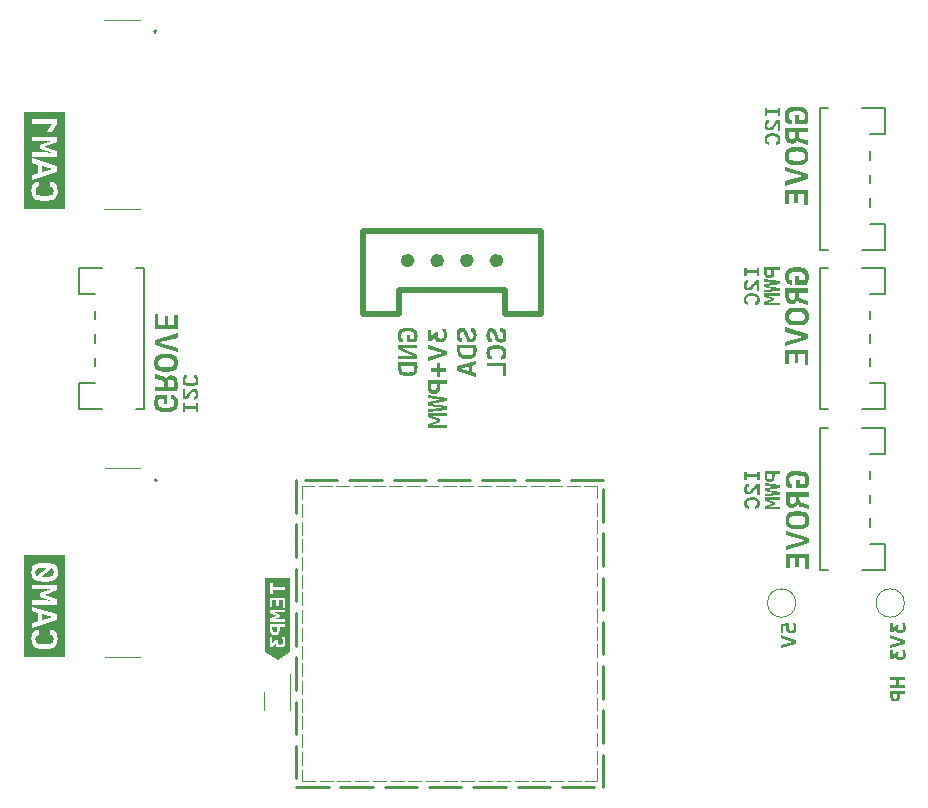
<source format=gbr>
%TF.GenerationSoftware,KiCad,Pcbnew,7.0.1*%
%TF.CreationDate,2023-05-02T11:52:01+02:00*%
%TF.ProjectId,Payload_cm4_23,5061796c-6f61-4645-9f63-6d345f32332e,rev?*%
%TF.SameCoordinates,Original*%
%TF.FileFunction,Legend,Bot*%
%TF.FilePolarity,Positive*%
%FSLAX46Y46*%
G04 Gerber Fmt 4.6, Leading zero omitted, Abs format (unit mm)*
G04 Created by KiCad (PCBNEW 7.0.1) date 2023-05-02 11:52:01*
%MOMM*%
%LPD*%
G01*
G04 APERTURE LIST*
%ADD10C,0.100000*%
%ADD11C,0.500000*%
%ADD12C,0.575000*%
%ADD13C,0.250000*%
%ADD14C,0.120000*%
%ADD15C,0.127000*%
%ADD16C,0.200000*%
G04 APERTURE END LIST*
D10*
X161800000Y-76600000D02*
X160700000Y-76600000D01*
X160300000Y-76600000D02*
X159200000Y-76600000D01*
X158800000Y-76600000D02*
X157700000Y-76600000D01*
X157300000Y-76600000D02*
X156200000Y-76600000D01*
X155800000Y-76600000D02*
X154700000Y-76600000D01*
X154300000Y-76600000D02*
X153200000Y-76600000D01*
X152800000Y-76600000D02*
X151700000Y-76600000D01*
X151300000Y-76600000D02*
X150200000Y-76600000D01*
X149800000Y-76600000D02*
X148700000Y-76600000D01*
X148300000Y-76600000D02*
X147200000Y-76600000D01*
X146800000Y-76600000D02*
X145700000Y-76600000D01*
X145300000Y-76600000D02*
X144200000Y-76600000D01*
X143800000Y-76600000D02*
X142700000Y-76600000D01*
X142300000Y-76600000D02*
X141200000Y-76600000D01*
X140800000Y-76600000D02*
X139700000Y-76600000D01*
X139300000Y-76600000D02*
X138200000Y-76600000D01*
X137800000Y-76600000D02*
X136800000Y-76600000D01*
D11*
X154000000Y-62000000D02*
X154000000Y-60000000D01*
X154000000Y-60000000D02*
X145000000Y-60000000D01*
D12*
X153537500Y-57500000D02*
G75*
G03*
X153537500Y-57500000I-287500J0D01*
G01*
X151037500Y-57500000D02*
G75*
G03*
X151037500Y-57500000I-287500J0D01*
G01*
X148537500Y-57500000D02*
G75*
G03*
X148537500Y-57500000I-287500J0D01*
G01*
D11*
X157000000Y-55000000D02*
X157000000Y-62000000D01*
D10*
X161800000Y-101600000D02*
X161800000Y-100500000D01*
X161800000Y-100100000D02*
X161800000Y-99000000D01*
X161800000Y-98600000D02*
X161800000Y-97500000D01*
X161800000Y-97100000D02*
X161800000Y-96000000D01*
X161800000Y-95600000D02*
X161800000Y-94500000D01*
X161800000Y-94100000D02*
X161800000Y-93000000D01*
X161800000Y-92600000D02*
X161800000Y-91500000D01*
X161800000Y-91100000D02*
X161800000Y-90000000D01*
X161800000Y-89600000D02*
X161800000Y-88500000D01*
X161800000Y-88100000D02*
X161800000Y-87000000D01*
X161800000Y-86600000D02*
X161800000Y-85500000D01*
X161800000Y-85100000D02*
X161800000Y-84000000D01*
X161800000Y-83600000D02*
X161800000Y-82500000D01*
X161800000Y-82100000D02*
X161800000Y-81000000D01*
X161800000Y-80600000D02*
X161800000Y-79500000D01*
X161800000Y-79100000D02*
X161800000Y-78000000D01*
X161800000Y-77600000D02*
X161800000Y-76600000D01*
D12*
X146037500Y-57500000D02*
G75*
G03*
X146037500Y-57500000I-287500J0D01*
G01*
D11*
X145000000Y-60000000D02*
X145000000Y-62000000D01*
X142000000Y-62000000D02*
X142000000Y-55000000D01*
X142000000Y-55000000D02*
X157000000Y-55000000D01*
D10*
X136800000Y-101600000D02*
X137900000Y-101600000D01*
X138300000Y-101600000D02*
X139400000Y-101600000D01*
X139800000Y-101600000D02*
X140900000Y-101600000D01*
X141300000Y-101600000D02*
X142400000Y-101600000D01*
X142800000Y-101600000D02*
X143900000Y-101600000D01*
X144300000Y-101600000D02*
X145400000Y-101600000D01*
X145800000Y-101600000D02*
X146900000Y-101600000D01*
X147300000Y-101600000D02*
X148400000Y-101600000D01*
X148800000Y-101600000D02*
X149900000Y-101600000D01*
X150300000Y-101600000D02*
X151400000Y-101600000D01*
X151800000Y-101600000D02*
X152900000Y-101600000D01*
X153300000Y-101600000D02*
X154400000Y-101600000D01*
X154800000Y-101600000D02*
X155900000Y-101600000D01*
X156300000Y-101600000D02*
X157400000Y-101600000D01*
X157800000Y-101600000D02*
X158900000Y-101600000D01*
X159300000Y-101600000D02*
X160400000Y-101600000D01*
X160800000Y-101600000D02*
X161800000Y-101600000D01*
X136800000Y-76600000D02*
X136800000Y-77700000D01*
X136800000Y-78100000D02*
X136800000Y-79200000D01*
X136800000Y-79600000D02*
X136800000Y-80700000D01*
X136800000Y-81100000D02*
X136800000Y-82200000D01*
X136800000Y-82600000D02*
X136800000Y-83700000D01*
X136800000Y-84100000D02*
X136800000Y-85200000D01*
X136800000Y-85600000D02*
X136800000Y-86700000D01*
X136800000Y-87100000D02*
X136800000Y-88200000D01*
X136800000Y-88600000D02*
X136800000Y-89700000D01*
X136800000Y-90100000D02*
X136800000Y-91200000D01*
X136800000Y-91600000D02*
X136800000Y-92700000D01*
X136800000Y-93100000D02*
X136800000Y-94200000D01*
X136800000Y-94600000D02*
X136800000Y-95700000D01*
X136800000Y-96100000D02*
X136800000Y-97200000D01*
X136800000Y-97600000D02*
X136800000Y-98700000D01*
X136800000Y-99100000D02*
X136800000Y-100200000D01*
X136800000Y-100600000D02*
X136800000Y-101600000D01*
D11*
X145000000Y-62000000D02*
X142000000Y-62000000D01*
X157000000Y-62000000D02*
X154000000Y-62000000D01*
D13*
%TO.C,HS1*%
X136300000Y-76100000D02*
X136300000Y-78850000D01*
X136300000Y-79850000D02*
X136300000Y-82600000D01*
X136300000Y-83600000D02*
X136300000Y-86350000D01*
X136300000Y-87350000D02*
X136300000Y-90100000D01*
X136300000Y-91100000D02*
X136300000Y-93850000D01*
X136300000Y-94850000D02*
X136300000Y-97600000D01*
X136300000Y-98600000D02*
X136300000Y-101350000D01*
X136300000Y-102100000D02*
X139050000Y-102100000D01*
X140050000Y-102100000D02*
X142800000Y-102100000D01*
X143800000Y-102100000D02*
X146550000Y-102100000D01*
X147550000Y-102100000D02*
X150300000Y-102100000D01*
X151300000Y-102100000D02*
X154050000Y-102100000D01*
X155050000Y-102100000D02*
X157800000Y-102100000D01*
X158800000Y-102100000D02*
X161550000Y-102100000D01*
X162300000Y-76100000D02*
X159550000Y-76100000D01*
X158550000Y-76100000D02*
X155800000Y-76100000D01*
X154800000Y-76100000D02*
X152050000Y-76100000D01*
X151050000Y-76100000D02*
X148300000Y-76100000D01*
X147300000Y-76100000D02*
X144550000Y-76100000D01*
X143550000Y-76100000D02*
X140800000Y-76100000D01*
X139800000Y-76100000D02*
X137050000Y-76100000D01*
X162300000Y-102100000D02*
X162300000Y-99350000D01*
X162300000Y-98350000D02*
X162300000Y-95600000D01*
X162300000Y-94600000D02*
X162300000Y-91850000D01*
X162300000Y-90850000D02*
X162300000Y-88100000D01*
X162300000Y-87100000D02*
X162300000Y-84350000D01*
X162300000Y-83350000D02*
X162300000Y-80600000D01*
X162300000Y-79600000D02*
X162300000Y-76850000D01*
%TO.C,kibuzzard-645040AD*%
G36*
X115682625Y-87708850D02*
G01*
X115682625Y-87715200D01*
X114774575Y-87959675D01*
X114774575Y-87464375D01*
X115682625Y-87708850D01*
G37*
G36*
X115219075Y-83514675D02*
G01*
X114336425Y-84213175D01*
X114249112Y-84117925D01*
X114225300Y-83905200D01*
X114249112Y-83695650D01*
X114323725Y-83603575D01*
X114495175Y-83552775D01*
X114723775Y-83519438D01*
X115009525Y-83508325D01*
X115219075Y-83514675D01*
G37*
G36*
X115741363Y-83675013D02*
G01*
X115774700Y-83908375D01*
X115754063Y-84108400D01*
X115681038Y-84200475D01*
X115511175Y-84254450D01*
X115293688Y-84286200D01*
X115163909Y-84295725D01*
X115000000Y-84298900D01*
X114861888Y-84295725D01*
X114714250Y-84286200D01*
X115612775Y-83575000D01*
X115741363Y-83675013D01*
G37*
G36*
X113227292Y-83908375D02*
G01*
X113888750Y-83908375D01*
X113897878Y-84129831D01*
X113925262Y-84292550D01*
X113979237Y-84412009D01*
X114068138Y-84503688D01*
X114202678Y-84575522D01*
X114393575Y-84635450D01*
X114575608Y-84668964D01*
X114778808Y-84689072D01*
X115003175Y-84695775D01*
X115233539Y-84688367D01*
X115437797Y-84666142D01*
X115615950Y-84629100D01*
X115798909Y-84569966D01*
X115928688Y-84500512D01*
X116016000Y-84410819D01*
X116071563Y-84290963D01*
X116101328Y-84126259D01*
X116111250Y-83902025D01*
X116101328Y-83678187D01*
X116071563Y-83514675D01*
X116016397Y-83396009D01*
X115930275Y-83306712D01*
X115801688Y-83237259D01*
X115619125Y-83178125D01*
X115435328Y-83141083D01*
X115222603Y-83118858D01*
X114980950Y-83111450D01*
X114811088Y-83115022D01*
X114663450Y-83125738D01*
X114526131Y-83145184D01*
X114387225Y-83174950D01*
X114199106Y-83235275D01*
X114066550Y-83308300D01*
X113978841Y-83401169D01*
X113925262Y-83521025D01*
X113897878Y-83684538D01*
X113888750Y-83908375D01*
X113227292Y-83908375D01*
X113227292Y-83111450D01*
X113227292Y-82449992D01*
X116772708Y-82449992D01*
X116772708Y-83111450D01*
X116772708Y-90388550D01*
X116772708Y-91050008D01*
X113227292Y-91050008D01*
X113227292Y-90388550D01*
X113227292Y-89537650D01*
X113888750Y-89537650D01*
X113899862Y-89744731D01*
X113933200Y-89917239D01*
X113988762Y-90055175D01*
X114122509Y-90209956D01*
X114323725Y-90312350D01*
X114502583Y-90354683D01*
X114725892Y-90380083D01*
X114993650Y-90388550D01*
X115263525Y-90380083D01*
X115488950Y-90354683D01*
X115669925Y-90312350D01*
X115873522Y-90209956D01*
X116008063Y-90055175D01*
X116063625Y-89917239D01*
X116096963Y-89744731D01*
X116108075Y-89537650D01*
X116093391Y-89286825D01*
X116049338Y-89099500D01*
X115970756Y-88965356D01*
X115852488Y-88874075D01*
X115685403Y-88819306D01*
X115460375Y-88794700D01*
X115460375Y-89191575D01*
X115607219Y-89233644D01*
X115698500Y-89296350D01*
X115746125Y-89393188D01*
X115762000Y-89537650D01*
X115744934Y-89692431D01*
X115693738Y-89807525D01*
X115601266Y-89888884D01*
X115460375Y-89942463D01*
X115261144Y-89972228D01*
X114993650Y-89982150D01*
X114729331Y-89972228D01*
X114533275Y-89942463D01*
X114394766Y-89888884D01*
X114303088Y-89807525D01*
X114251891Y-89692431D01*
X114234825Y-89537650D01*
X114249509Y-89378106D01*
X114293563Y-89274125D01*
X114517400Y-89172525D01*
X114517400Y-88775650D01*
X114297928Y-88805813D01*
X114134812Y-88864550D01*
X114019719Y-88958609D01*
X113944312Y-89094738D01*
X113902641Y-89284047D01*
X113888750Y-89537650D01*
X113227292Y-89537650D01*
X113227292Y-86810325D01*
X113917325Y-86810325D01*
X113917325Y-87213550D01*
X114434850Y-87369125D01*
X114434850Y-88054925D01*
X113917325Y-88210500D01*
X113917325Y-88613725D01*
X116076325Y-87969200D01*
X116076325Y-87454850D01*
X113917325Y-86810325D01*
X113227292Y-86810325D01*
X113227292Y-84962475D01*
X113917325Y-84962475D01*
X113917325Y-85337125D01*
X115009525Y-85337125D01*
X115571500Y-85299025D01*
X115571500Y-85311725D01*
X114638050Y-85645100D01*
X114638050Y-85965775D01*
X115571500Y-86299150D01*
X115571500Y-86311850D01*
X115009525Y-86273750D01*
X113917325Y-86273750D01*
X113917325Y-86648400D01*
X116076325Y-86648400D01*
X116076325Y-86168975D01*
X115041275Y-85822900D01*
X115041275Y-85787975D01*
X116076325Y-85435550D01*
X116076325Y-84962475D01*
X113917325Y-84962475D01*
X113227292Y-84962475D01*
X113227292Y-83908375D01*
G37*
%TO.C,kibuzzard-64503F5F*%
G36*
X146560816Y-64926150D02*
G01*
X145629747Y-64926150D01*
X145291609Y-64892812D01*
X145291609Y-64899956D01*
X146560816Y-65480981D01*
X146560816Y-65852456D01*
X144941566Y-65852456D01*
X144941566Y-65559563D01*
X145872634Y-65559563D01*
X146210772Y-65592900D01*
X146210772Y-65585756D01*
X144941566Y-65004731D01*
X144941566Y-64633256D01*
X146560816Y-64633256D01*
X146560816Y-64926150D01*
G37*
G36*
X146576794Y-66578738D02*
G01*
X146571664Y-66698065D01*
X146547057Y-66857608D01*
X146506047Y-66985931D01*
X146407523Y-67130592D01*
X146259587Y-67226437D01*
X146128751Y-67266125D01*
X145966429Y-67289937D01*
X145772622Y-67297875D01*
X145587281Y-67290996D01*
X145431309Y-67270358D01*
X145304706Y-67235963D01*
X145157962Y-67152321D01*
X145053484Y-67025222D01*
X145004272Y-66912377D01*
X144967759Y-66772280D01*
X144943947Y-66604931D01*
X144935017Y-66490631D01*
X144932702Y-66390619D01*
X145193978Y-66390619D01*
X145196955Y-66483487D01*
X145205884Y-66595406D01*
X145231780Y-66732626D01*
X145276131Y-66834722D01*
X145344592Y-66907052D01*
X145442819Y-66954975D01*
X145577657Y-66981764D01*
X145755953Y-66990694D01*
X145944370Y-66981466D01*
X146085756Y-66953784D01*
X146187257Y-66904076D01*
X146256016Y-66828769D01*
X146297687Y-66722208D01*
X146317928Y-66578738D01*
X146310784Y-66390619D01*
X145193978Y-66390619D01*
X144932702Y-66390619D01*
X144932041Y-66362044D01*
X144934422Y-66231075D01*
X144941566Y-66085819D01*
X146560816Y-66085819D01*
X146571399Y-66241658D01*
X146577749Y-66382152D01*
X146579866Y-66507300D01*
X146576794Y-66578738D01*
G37*
G36*
X145952142Y-63208872D02*
G01*
X146120020Y-63229112D01*
X146254825Y-63262847D01*
X146406630Y-63344107D01*
X146507237Y-63466444D01*
X146548909Y-63575187D01*
X146573912Y-63710919D01*
X146582247Y-63873637D01*
X146575698Y-64020084D01*
X146556053Y-64145100D01*
X146517953Y-64270711D01*
X146456041Y-64418944D01*
X145648797Y-64418944D01*
X145648797Y-63795056D01*
X145908353Y-63795056D01*
X145908353Y-64130812D01*
X146272684Y-64130812D01*
X146309594Y-64012941D01*
X146320309Y-63866494D01*
X146307808Y-63739990D01*
X146270303Y-63646228D01*
X146202735Y-63579851D01*
X146100044Y-63535500D01*
X145954490Y-63510497D01*
X145758334Y-63502162D01*
X145557714Y-63509604D01*
X145408291Y-63531928D01*
X145302325Y-63572112D01*
X145232078Y-63633131D01*
X145192787Y-63719452D01*
X145179691Y-63835537D01*
X145198741Y-64003416D01*
X145261844Y-64092713D01*
X145389241Y-64128431D01*
X145389241Y-64423706D01*
X145224934Y-64402573D01*
X145103491Y-64358222D01*
X145017766Y-64285296D01*
X144960616Y-64178437D01*
X144928469Y-64030205D01*
X144917753Y-63833156D01*
X144926088Y-63680624D01*
X144951091Y-63553227D01*
X144992762Y-63450966D01*
X145093370Y-63335773D01*
X145245175Y-63259275D01*
X145380245Y-63227525D01*
X145548917Y-63208475D01*
X145751191Y-63202125D01*
X145952142Y-63208872D01*
G37*
%TO.C,kibuzzard-64503E35*%
G36*
X175528653Y-58809893D02*
G01*
X175317197Y-58809893D01*
X175317197Y-58571768D01*
X174444707Y-58571768D01*
X174444707Y-58796558D01*
X174233252Y-58796558D01*
X174233252Y-58108852D01*
X174444707Y-58108852D01*
X174444707Y-58333643D01*
X175317197Y-58333643D01*
X175317197Y-58095517D01*
X175528653Y-58095517D01*
X175528653Y-58809893D01*
G37*
G36*
X174595202Y-59368058D02*
G01*
X174489475Y-59394728D01*
X174436135Y-59460450D01*
X174419942Y-59585228D01*
X174435182Y-59709053D01*
X174485665Y-59770965D01*
X174587582Y-59789063D01*
X174675212Y-59775728D01*
X174747602Y-59726198D01*
X174828089Y-59639996D01*
X174920958Y-59529983D01*
X174976441Y-59460688D01*
X175043830Y-59374725D01*
X175123126Y-59272093D01*
X175214327Y-59152793D01*
X175528653Y-59152793D01*
X175528653Y-60044333D01*
X175315293Y-60044333D01*
X175315293Y-59398538D01*
X175298147Y-59398538D01*
X175217926Y-59511673D01*
X175147441Y-59607241D01*
X175086692Y-59685240D01*
X174998586Y-59788348D01*
X174901907Y-59890028D01*
X174825707Y-59957179D01*
X174757127Y-59998613D01*
X174683309Y-60020044D01*
X174591392Y-60027188D01*
X174459709Y-60017186D01*
X174361840Y-59987183D01*
X174292784Y-59933604D01*
X174247540Y-59852880D01*
X174222537Y-59738342D01*
X174214202Y-59583323D01*
X174222775Y-59429256D01*
X174248492Y-59313765D01*
X174294451Y-59230898D01*
X174363745Y-59174700D01*
X174462091Y-59140648D01*
X174595202Y-59124218D01*
X174595202Y-59368058D01*
G37*
G36*
X175043513Y-60281823D02*
G01*
X175177497Y-60297063D01*
X175284812Y-60322463D01*
X175405542Y-60383899D01*
X175485790Y-60476768D01*
X175519127Y-60559529D01*
X175539130Y-60663034D01*
X175545798Y-60787283D01*
X175537463Y-60939444D01*
X175512460Y-61053030D01*
X175467216Y-61134707D01*
X175398160Y-61191143D01*
X175300291Y-61226385D01*
X175168607Y-61244483D01*
X175168607Y-61006358D01*
X175302910Y-60945398D01*
X175329342Y-60883009D01*
X175338153Y-60787283D01*
X175327913Y-60694414D01*
X175297195Y-60625358D01*
X175242188Y-60576542D01*
X175159083Y-60544395D01*
X175041449Y-60526536D01*
X174882857Y-60520583D01*
X174722361Y-60526536D01*
X174602822Y-60544395D01*
X174518288Y-60576542D01*
X174462805Y-60625358D01*
X174432087Y-60694414D01*
X174421847Y-60787283D01*
X174431372Y-60873960D01*
X174459947Y-60932063D01*
X174514716Y-60969686D01*
X174602822Y-60994928D01*
X174602822Y-61233053D01*
X174467806Y-61218289D01*
X174367555Y-61185428D01*
X174296594Y-61130659D01*
X174249445Y-61050173D01*
X174223013Y-60937778D01*
X174214202Y-60787283D01*
X174220870Y-60663034D01*
X174240872Y-60559529D01*
X174274210Y-60476768D01*
X174354934Y-60383899D01*
X174477092Y-60322463D01*
X174585677Y-60297063D01*
X174720932Y-60281823D01*
X174882857Y-60276743D01*
X175043513Y-60281823D01*
G37*
%TO.C,kibuzzard-645040B5*%
G36*
X115684213Y-49762000D02*
G01*
X115684213Y-49768350D01*
X114776163Y-50012825D01*
X114776163Y-49517525D01*
X115684213Y-49762000D01*
G37*
G36*
X113228879Y-51590800D02*
G01*
X113890337Y-51590800D01*
X113901450Y-51797881D01*
X113934788Y-51970389D01*
X113990350Y-52108325D01*
X114124097Y-52263106D01*
X114325312Y-52365500D01*
X114504171Y-52407833D01*
X114727479Y-52433233D01*
X114995238Y-52441700D01*
X115265113Y-52433233D01*
X115490538Y-52407833D01*
X115671513Y-52365500D01*
X115875109Y-52263106D01*
X116009650Y-52108325D01*
X116065213Y-51970389D01*
X116098550Y-51797881D01*
X116109663Y-51590800D01*
X116094978Y-51339975D01*
X116050925Y-51152650D01*
X115972344Y-51018506D01*
X115854075Y-50927225D01*
X115686991Y-50872456D01*
X115461963Y-50847850D01*
X115461963Y-51244725D01*
X115608806Y-51286794D01*
X115700088Y-51349500D01*
X115747713Y-51446338D01*
X115763588Y-51590800D01*
X115746522Y-51745581D01*
X115695325Y-51860675D01*
X115602853Y-51942034D01*
X115461963Y-51995613D01*
X115262731Y-52025378D01*
X114995238Y-52035300D01*
X114730919Y-52025378D01*
X114534862Y-51995613D01*
X114396353Y-51942034D01*
X114304675Y-51860675D01*
X114253478Y-51745581D01*
X114236412Y-51590800D01*
X114251097Y-51431256D01*
X114295150Y-51327275D01*
X114518988Y-51225675D01*
X114518988Y-50828800D01*
X114299516Y-50858963D01*
X114136400Y-50917700D01*
X114021306Y-51011759D01*
X113945900Y-51147888D01*
X113904228Y-51337197D01*
X113890337Y-51590800D01*
X113228879Y-51590800D01*
X113228879Y-48863475D01*
X113918913Y-48863475D01*
X113918913Y-49266700D01*
X114436437Y-49422275D01*
X114436437Y-50108075D01*
X113918913Y-50263650D01*
X113918913Y-50666875D01*
X116077913Y-50022350D01*
X116077913Y-49508000D01*
X113918913Y-48863475D01*
X113228879Y-48863475D01*
X113228879Y-47015625D01*
X113918913Y-47015625D01*
X113918913Y-47390275D01*
X115011113Y-47390275D01*
X115573088Y-47352175D01*
X115573088Y-47364875D01*
X114639638Y-47698250D01*
X114639638Y-48018925D01*
X115573088Y-48352300D01*
X115573088Y-48365000D01*
X115011113Y-48326900D01*
X113918913Y-48326900D01*
X113918913Y-48701550D01*
X116077913Y-48701550D01*
X116077913Y-48222125D01*
X115042863Y-47876050D01*
X115042863Y-47841125D01*
X116077913Y-47488700D01*
X116077913Y-47015625D01*
X113918913Y-47015625D01*
X113228879Y-47015625D01*
X113228879Y-45558300D01*
X113918913Y-45558300D01*
X113918913Y-45952000D01*
X115436563Y-45952000D01*
X115633413Y-45939300D01*
X115531813Y-46063125D01*
X115179388Y-46634625D01*
X115598488Y-46634625D01*
X116077913Y-45952000D01*
X116077913Y-45558300D01*
X113918913Y-45558300D01*
X113228879Y-45558300D01*
X113228879Y-44896842D01*
X116771121Y-44896842D01*
X116771121Y-45558300D01*
X116771121Y-52441700D01*
X116771121Y-53103158D01*
X113228879Y-53103158D01*
X113228879Y-52441700D01*
X113228879Y-51590800D01*
G37*
%TO.C,kibuzzard-64503DC6*%
G36*
X179712979Y-80985904D02*
G01*
X179712979Y-81434531D01*
X177769879Y-82011746D01*
X177769879Y-81640271D01*
X179284354Y-81217361D01*
X179284354Y-81203074D01*
X177769879Y-80780164D01*
X177769879Y-80408689D01*
X179712979Y-80985904D01*
G37*
G36*
X179712979Y-83606231D02*
G01*
X179398654Y-83606231D01*
X179398654Y-82708976D01*
X178861444Y-82708976D01*
X178861444Y-83434781D01*
X178547119Y-83434781D01*
X178547119Y-82708976D01*
X178084204Y-82708976D01*
X178084204Y-83549081D01*
X177769879Y-83549081D01*
X177769879Y-82343216D01*
X179712979Y-82343216D01*
X179712979Y-83606231D01*
G37*
G36*
X178941056Y-77856941D02*
G01*
X178962885Y-77922664D01*
X179132906Y-78025534D01*
X179712979Y-78159836D01*
X179712979Y-78551314D01*
X179107189Y-78388436D01*
X178963599Y-78339502D01*
X178870016Y-78284137D01*
X178781434Y-78105544D01*
X178755716Y-78105544D01*
X178691422Y-78308426D01*
X178562835Y-78409867D01*
X178332806Y-78439871D01*
X178137067Y-78421655D01*
X177989906Y-78367005D01*
X177884179Y-78269136D01*
X177812741Y-78121260D01*
X177782579Y-77990291D01*
X177764481Y-77827890D01*
X177758449Y-77634056D01*
X177758836Y-77611196D01*
X178075631Y-77611196D01*
X178077774Y-77712637D01*
X178084204Y-77851226D01*
X178142782Y-78031249D01*
X178318519Y-78079826D01*
X178539975Y-78032677D01*
X178601411Y-77856941D01*
X178601411Y-77488324D01*
X178078489Y-77488324D01*
X178075631Y-77611196D01*
X177758836Y-77611196D01*
X177761306Y-77465464D01*
X177772736Y-77125421D01*
X179712979Y-77125421D01*
X179712979Y-77488324D01*
X178918594Y-77488324D01*
X178918594Y-77671204D01*
X178929667Y-77822651D01*
X178941056Y-77856941D01*
G37*
G36*
X178982570Y-75341865D02*
G01*
X179184024Y-75366154D01*
X179345790Y-75406635D01*
X179527956Y-75504147D01*
X179648685Y-75650951D01*
X179698691Y-75781444D01*
X179728695Y-75944321D01*
X179738696Y-76139584D01*
X179730838Y-76315320D01*
X179707264Y-76465339D01*
X179661544Y-76616072D01*
X179587249Y-76793951D01*
X178618556Y-76793951D01*
X178618556Y-76045286D01*
X178930024Y-76045286D01*
X178930024Y-76448194D01*
X179367221Y-76448194D01*
X179411512Y-76306747D01*
X179424371Y-76131011D01*
X179409369Y-75979207D01*
X179364364Y-75866692D01*
X179283282Y-75787040D01*
X179160053Y-75733819D01*
X178985388Y-75703815D01*
X178750001Y-75693814D01*
X178509257Y-75702743D01*
X178329949Y-75729532D01*
X178202790Y-75777753D01*
X178118494Y-75850976D01*
X178071345Y-75954561D01*
X178055629Y-76093864D01*
X178078489Y-76295317D01*
X178154212Y-76402474D01*
X178307089Y-76445336D01*
X178307089Y-76799666D01*
X178109921Y-76774306D01*
X177964189Y-76721085D01*
X177861319Y-76633574D01*
X177792739Y-76505344D01*
X177754162Y-76327464D01*
X177741304Y-76091006D01*
X177751305Y-75907967D01*
X177781309Y-75755091D01*
X177831315Y-75632377D01*
X177952044Y-75494146D01*
X178134210Y-75402349D01*
X178296294Y-75364249D01*
X178498700Y-75341389D01*
X178741429Y-75333769D01*
X178982570Y-75341865D01*
G37*
G36*
X179738696Y-79497146D02*
G01*
X179728854Y-79680185D01*
X179699326Y-79833061D01*
X179650114Y-79955775D01*
X179530813Y-80093649D01*
X179350076Y-80184375D01*
X179189104Y-80221681D01*
X178988126Y-80244065D01*
X178747144Y-80251526D01*
X178502669Y-80244065D01*
X178298834Y-80221681D01*
X178135639Y-80184375D01*
X177952402Y-80093649D01*
X177831315Y-79955775D01*
X177781309Y-79833061D01*
X177751305Y-79680185D01*
X177741304Y-79497146D01*
X178055629Y-79497146D01*
X178070988Y-79633592D01*
X178117065Y-79734319D01*
X178199932Y-79805399D01*
X178325662Y-79852905D01*
X178504613Y-79879694D01*
X178747144Y-79888624D01*
X178982530Y-79879694D01*
X179157195Y-79852905D01*
X179280782Y-79805399D01*
X179362935Y-79734319D01*
X179409012Y-79633592D01*
X179424371Y-79497146D01*
X179409012Y-79360343D01*
X179362935Y-79258545D01*
X179280782Y-79186393D01*
X179157195Y-79138530D01*
X178982530Y-79111741D01*
X178747144Y-79102811D01*
X178506399Y-79111741D01*
X178327091Y-79138530D01*
X178200290Y-79186393D01*
X178117065Y-79258545D01*
X178070988Y-79360343D01*
X178055629Y-79497146D01*
X177741304Y-79497146D01*
X177751305Y-79314107D01*
X177781309Y-79161231D01*
X177831315Y-79038517D01*
X177952402Y-78900643D01*
X178135639Y-78809917D01*
X178298834Y-78772611D01*
X178502669Y-78750227D01*
X178747144Y-78742766D01*
X178988126Y-78750227D01*
X179189104Y-78772611D01*
X179350076Y-78809917D01*
X179530813Y-78900643D01*
X179650114Y-79038517D01*
X179699326Y-79161231D01*
X179728854Y-79314107D01*
X179738696Y-79497146D01*
G37*
D14*
%TO.C,TP3*%
X187800000Y-86500000D02*
G75*
G03*
X187800000Y-86500000I-1200000J0D01*
G01*
D15*
%TO.C,J10*%
X186139160Y-71675000D02*
X186139160Y-73875000D01*
X184239160Y-71675000D02*
X186139160Y-71675000D01*
X180639160Y-71675000D02*
X181349660Y-71675000D01*
X180639160Y-71675000D02*
X180639160Y-83675000D01*
X186139160Y-73875000D02*
X184849160Y-73875000D01*
X184849780Y-75326500D02*
X184849780Y-76025000D01*
X184849780Y-77326500D02*
X184849780Y-78025000D01*
X184849780Y-79323960D02*
X184849780Y-80025000D01*
X186139160Y-81475000D02*
X186139160Y-83675000D01*
X184849780Y-81475000D02*
X186139160Y-81475000D01*
X184214160Y-83675000D02*
X186139160Y-83675000D01*
X180639160Y-83675000D02*
X181349660Y-83675000D01*
%TO.C,J9*%
X186150000Y-58100000D02*
X186150000Y-60300000D01*
X184250000Y-58100000D02*
X186150000Y-58100000D01*
X180650000Y-58100000D02*
X181360500Y-58100000D01*
X180650000Y-58100000D02*
X180650000Y-70100000D01*
X186150000Y-60300000D02*
X184860000Y-60300000D01*
X184860620Y-61751500D02*
X184860620Y-62450000D01*
X184860620Y-63751500D02*
X184860620Y-64450000D01*
X184860620Y-65748960D02*
X184860620Y-66450000D01*
X186150000Y-67900000D02*
X186150000Y-70100000D01*
X184860620Y-67900000D02*
X186150000Y-67900000D01*
X184225000Y-70100000D02*
X186150000Y-70100000D01*
X180650000Y-70100000D02*
X181360500Y-70100000D01*
%TO.C,kibuzzard-645046E4*%
G36*
X187891985Y-89628337D02*
G01*
X187891985Y-89927422D01*
X186596585Y-90312232D01*
X186596585Y-90064582D01*
X187606235Y-89782642D01*
X187606235Y-89773117D01*
X186596585Y-89491177D01*
X186596585Y-89243527D01*
X187891985Y-89628337D01*
G37*
G36*
X187891985Y-92988757D02*
G01*
X187326200Y-92988757D01*
X187326200Y-93426907D01*
X187891985Y-93426907D01*
X187891985Y-93670748D01*
X186596585Y-93670748D01*
X186596585Y-93426907D01*
X187110935Y-93426907D01*
X187110935Y-92988757D01*
X186596585Y-92988757D01*
X186596585Y-92744918D01*
X187891985Y-92744918D01*
X187891985Y-92988757D01*
G37*
G36*
X187419545Y-94287967D02*
G01*
X187419545Y-94307017D01*
X187415418Y-94433806D01*
X187403035Y-94539851D01*
X187382397Y-94625153D01*
X187332629Y-94721117D01*
X187257620Y-94784220D01*
X187151416Y-94819224D01*
X187008065Y-94830893D01*
X186862809Y-94817319D01*
X186754700Y-94776600D01*
X186678262Y-94703257D01*
X186628017Y-94591815D01*
X186607380Y-94492649D01*
X186594997Y-94369142D01*
X186591774Y-94253677D01*
X186802325Y-94253677D01*
X186806849Y-94370121D01*
X186820422Y-94456560D01*
X186880430Y-94558478D01*
X187000445Y-94588958D01*
X187126175Y-94562288D01*
X187189040Y-94470847D01*
X187203327Y-94392743D01*
X187208090Y-94287967D01*
X187208090Y-94167952D01*
X186802325Y-94167952D01*
X186802325Y-94253677D01*
X186591774Y-94253677D01*
X186590870Y-94221292D01*
X186596585Y-93924112D01*
X187891985Y-93924112D01*
X187891985Y-94167952D01*
X187419545Y-94167952D01*
X187419545Y-94287967D01*
G37*
G36*
X187868172Y-88257928D02*
G01*
X187891985Y-88341510D01*
X187904844Y-88430807D01*
X187909130Y-88536772D01*
X187898653Y-88706794D01*
X187867220Y-88835857D01*
X187812451Y-88929441D01*
X187731965Y-88993020D01*
X187620999Y-89029453D01*
X187474790Y-89041597D01*
X187349774Y-89034454D01*
X187252857Y-89013022D01*
X187181182Y-88975637D01*
X187131890Y-88920630D01*
X187103315Y-88845621D01*
X187093790Y-88748227D01*
X187097600Y-88672027D01*
X187088075Y-88672027D01*
X186817565Y-88992067D01*
X186596585Y-88992067D01*
X186596585Y-88195777D01*
X186798515Y-88195777D01*
X186798515Y-88702507D01*
X187082360Y-88382467D01*
X187307150Y-88382467D01*
X187290005Y-88497720D01*
X187284290Y-88592017D01*
X187295720Y-88690125D01*
X187330010Y-88755847D01*
X187389065Y-88792995D01*
X187474790Y-88805377D01*
X187583137Y-88790376D01*
X187652907Y-88745370D01*
X187690769Y-88662741D01*
X187703390Y-88534867D01*
X187697199Y-88448904D01*
X187678625Y-88366275D01*
X187644811Y-88276502D01*
X187592900Y-88169107D01*
X187831025Y-88169107D01*
X187868172Y-88257928D01*
G37*
G36*
X187868172Y-90543928D02*
G01*
X187891985Y-90627510D01*
X187904844Y-90716807D01*
X187909130Y-90822772D01*
X187898653Y-90992794D01*
X187867220Y-91121857D01*
X187812451Y-91215441D01*
X187731965Y-91279020D01*
X187620999Y-91315453D01*
X187474790Y-91327597D01*
X187349774Y-91320454D01*
X187252857Y-91299022D01*
X187181182Y-91261637D01*
X187131890Y-91206630D01*
X187103315Y-91131621D01*
X187093790Y-91034227D01*
X187097600Y-90958027D01*
X187088075Y-90958027D01*
X186817565Y-91278067D01*
X186596585Y-91278067D01*
X186596585Y-90481777D01*
X186798515Y-90481777D01*
X186798515Y-90988507D01*
X187082360Y-90668467D01*
X187307150Y-90668467D01*
X187290005Y-90783720D01*
X187284290Y-90878017D01*
X187295720Y-90976125D01*
X187330010Y-91041847D01*
X187389065Y-91078995D01*
X187474790Y-91091377D01*
X187583137Y-91076376D01*
X187652907Y-91031370D01*
X187690769Y-90948741D01*
X187703390Y-90820867D01*
X187697199Y-90734904D01*
X187678625Y-90652275D01*
X187644811Y-90562502D01*
X187592900Y-90455107D01*
X187831025Y-90455107D01*
X187868172Y-90543928D01*
G37*
%TO.C,kibuzzard-64502B48*%
G36*
X134698090Y-88649566D02*
G01*
X134693327Y-88754341D01*
X134679040Y-88832446D01*
X134616175Y-88923886D01*
X134490445Y-88950556D01*
X134370430Y-88920076D01*
X134310422Y-88818158D01*
X134296849Y-88731719D01*
X134292325Y-88615276D01*
X134292325Y-88529551D01*
X134698090Y-88529551D01*
X134698090Y-88649566D01*
G37*
G36*
X135796005Y-85405351D02*
G01*
X135796005Y-86879821D01*
X135796005Y-88076161D01*
X135796005Y-88529551D01*
X135796005Y-89756371D01*
X135796005Y-90261196D01*
X135796005Y-90658071D01*
X134740000Y-91362074D01*
X133683995Y-90658071D01*
X133683995Y-90261196D01*
X133683995Y-90211666D01*
X134086585Y-90211666D01*
X134307565Y-90211666D01*
X134578075Y-89891626D01*
X134587600Y-89891626D01*
X134583790Y-89967826D01*
X134593315Y-90065219D01*
X134621890Y-90140228D01*
X134671182Y-90195235D01*
X134742857Y-90232621D01*
X134839774Y-90254052D01*
X134964790Y-90261196D01*
X135110999Y-90249051D01*
X135221965Y-90212618D01*
X135302451Y-90149039D01*
X135357220Y-90055456D01*
X135388653Y-89926392D01*
X135399130Y-89756371D01*
X135394844Y-89650405D01*
X135381985Y-89561108D01*
X135358172Y-89477526D01*
X135321025Y-89388706D01*
X135082900Y-89388706D01*
X135134811Y-89496100D01*
X135168625Y-89585873D01*
X135187199Y-89668503D01*
X135193390Y-89754466D01*
X135180769Y-89882339D01*
X135142907Y-89964968D01*
X135073137Y-90009974D01*
X134964790Y-90024976D01*
X134879065Y-90012593D01*
X134820010Y-89975446D01*
X134785720Y-89909723D01*
X134774290Y-89811616D01*
X134780005Y-89717318D01*
X134797150Y-89602066D01*
X134572360Y-89602066D01*
X134288515Y-89922106D01*
X134288515Y-89415376D01*
X134086585Y-89415376D01*
X134086585Y-90211666D01*
X133683995Y-90211666D01*
X133683995Y-88582891D01*
X134080870Y-88582891D01*
X134084997Y-88730740D01*
X134097380Y-88854248D01*
X134118017Y-88953413D01*
X134168262Y-89064856D01*
X134244700Y-89138198D01*
X134352809Y-89178918D01*
X134498065Y-89192491D01*
X134641416Y-89180823D01*
X134747620Y-89145818D01*
X134822629Y-89082715D01*
X134872397Y-88986751D01*
X134893035Y-88901449D01*
X134905418Y-88795404D01*
X134909545Y-88668616D01*
X134909545Y-88529551D01*
X135381985Y-88529551D01*
X135381985Y-88285711D01*
X134086585Y-88285711D01*
X134080870Y-88582891D01*
X133683995Y-88582891D01*
X133683995Y-88076161D01*
X134086585Y-88076161D01*
X135381985Y-88076161D01*
X135381985Y-87851371D01*
X134726665Y-87851371D01*
X134389480Y-87874231D01*
X134389480Y-87866611D01*
X134949550Y-87666586D01*
X134949550Y-87474181D01*
X134389480Y-87274156D01*
X134389480Y-87266536D01*
X134726665Y-87289396D01*
X135381985Y-87289396D01*
X135381985Y-87064606D01*
X134086585Y-87064606D01*
X134086585Y-87352261D01*
X134707615Y-87559906D01*
X134707615Y-87580861D01*
X134086585Y-87792316D01*
X134086585Y-88076161D01*
X133683995Y-88076161D01*
X133683995Y-86841721D01*
X134086585Y-86841721D01*
X134296135Y-86841721D01*
X134296135Y-86281651D01*
X134604745Y-86281651D01*
X134604745Y-86765521D01*
X134814295Y-86765521D01*
X134814295Y-86281651D01*
X135172435Y-86281651D01*
X135172435Y-86879821D01*
X135381985Y-86879821D01*
X135381985Y-86037811D01*
X134086585Y-86037811D01*
X134086585Y-86841721D01*
X133683995Y-86841721D01*
X133683995Y-85752061D01*
X134086585Y-85752061D01*
X134303755Y-85752061D01*
X134303755Y-85405351D01*
X135381985Y-85405351D01*
X135381985Y-85161511D01*
X134303755Y-85161511D01*
X134303755Y-84814801D01*
X134086585Y-84814801D01*
X134086585Y-85752061D01*
X133683995Y-85752061D01*
X133683995Y-84814801D01*
X133683995Y-84417926D01*
X135796005Y-84417926D01*
X135796005Y-84814801D01*
X135796005Y-85405351D01*
G37*
%TO.C,kibuzzard-64503DC6*%
G36*
X126260121Y-64019729D02*
G01*
X124745646Y-64442639D01*
X124745646Y-64456926D01*
X126260121Y-64879836D01*
X126260121Y-65251311D01*
X124317021Y-64674096D01*
X124317021Y-64225469D01*
X126260121Y-63648254D01*
X126260121Y-64019729D01*
G37*
G36*
X124631346Y-62951024D02*
G01*
X125168556Y-62951024D01*
X125168556Y-62225219D01*
X125482881Y-62225219D01*
X125482881Y-62951024D01*
X125945796Y-62951024D01*
X125945796Y-62110919D01*
X126260121Y-62110919D01*
X126260121Y-63316784D01*
X124317021Y-63316784D01*
X124317021Y-62053769D01*
X124631346Y-62053769D01*
X124631346Y-62951024D01*
G37*
G36*
X125088944Y-67803059D02*
G01*
X125067115Y-67737336D01*
X124897094Y-67634466D01*
X124317021Y-67500164D01*
X124317021Y-67108686D01*
X124922811Y-67271564D01*
X125066401Y-67320498D01*
X125159984Y-67375863D01*
X125248566Y-67554456D01*
X125274284Y-67554456D01*
X125338578Y-67351574D01*
X125467165Y-67250133D01*
X125697194Y-67220129D01*
X125892933Y-67238345D01*
X126040094Y-67292995D01*
X126145821Y-67390864D01*
X126217259Y-67538740D01*
X126247421Y-67669709D01*
X126265519Y-67832110D01*
X126271551Y-68025944D01*
X126268694Y-68194536D01*
X126257264Y-68534579D01*
X124317021Y-68534579D01*
X124317021Y-68171676D01*
X125111406Y-68171676D01*
X125428589Y-68171676D01*
X125951511Y-68171676D01*
X125954369Y-68048804D01*
X125952226Y-67947363D01*
X125945796Y-67808774D01*
X125887218Y-67628751D01*
X125711481Y-67580174D01*
X125490025Y-67627323D01*
X125428589Y-67803059D01*
X125428589Y-68171676D01*
X125111406Y-68171676D01*
X125111406Y-67988796D01*
X125100333Y-67837349D01*
X125088944Y-67803059D01*
G37*
G36*
X125920079Y-68885694D02*
G01*
X126065811Y-68938915D01*
X126168681Y-69026426D01*
X126237261Y-69154656D01*
X126275838Y-69332536D01*
X126288696Y-69568994D01*
X126278695Y-69752033D01*
X126248691Y-69904909D01*
X126198685Y-70027623D01*
X126077956Y-70165854D01*
X125895790Y-70257651D01*
X125733706Y-70295751D01*
X125531300Y-70318611D01*
X125288571Y-70326231D01*
X125047430Y-70318135D01*
X124845976Y-70293846D01*
X124684210Y-70253365D01*
X124502044Y-70155853D01*
X124381315Y-70009049D01*
X124331309Y-69878556D01*
X124301305Y-69715679D01*
X124291304Y-69520416D01*
X124299162Y-69344680D01*
X124322736Y-69194661D01*
X124368456Y-69043928D01*
X124442751Y-68866049D01*
X125411444Y-68866049D01*
X125411444Y-69614714D01*
X125099976Y-69614714D01*
X125099976Y-69211806D01*
X124662779Y-69211806D01*
X124618488Y-69353253D01*
X124605629Y-69528989D01*
X124620631Y-69680793D01*
X124665636Y-69793308D01*
X124746718Y-69872960D01*
X124869947Y-69926181D01*
X125044612Y-69956185D01*
X125279999Y-69966186D01*
X125520743Y-69957257D01*
X125700051Y-69930468D01*
X125827210Y-69882247D01*
X125911506Y-69809024D01*
X125958655Y-69705439D01*
X125974371Y-69566136D01*
X125951511Y-69364683D01*
X125875788Y-69257526D01*
X125722911Y-69214664D01*
X125722911Y-68860334D01*
X125920079Y-68885694D01*
G37*
G36*
X124291304Y-66162854D02*
G01*
X124605629Y-66162854D01*
X124620988Y-66299657D01*
X124667065Y-66401455D01*
X124749218Y-66473607D01*
X124872805Y-66521470D01*
X125047470Y-66548259D01*
X125282856Y-66557189D01*
X125523601Y-66548259D01*
X125702909Y-66521470D01*
X125829710Y-66473607D01*
X125912935Y-66401455D01*
X125959012Y-66299657D01*
X125974371Y-66162854D01*
X125959012Y-66026408D01*
X125912935Y-65925681D01*
X125830068Y-65854601D01*
X125704338Y-65807095D01*
X125525387Y-65780306D01*
X125282856Y-65771376D01*
X125047470Y-65780306D01*
X124872805Y-65807095D01*
X124749218Y-65854601D01*
X124667065Y-65925681D01*
X124620988Y-66026408D01*
X124605629Y-66162854D01*
X124291304Y-66162854D01*
X124301146Y-65979815D01*
X124330674Y-65826939D01*
X124379886Y-65704225D01*
X124499187Y-65566351D01*
X124679924Y-65475625D01*
X124840896Y-65438319D01*
X125041874Y-65415935D01*
X125282856Y-65408474D01*
X125527331Y-65415935D01*
X125731166Y-65438319D01*
X125894361Y-65475625D01*
X126077598Y-65566351D01*
X126198685Y-65704225D01*
X126248691Y-65826939D01*
X126278695Y-65979815D01*
X126288696Y-66162854D01*
X126278695Y-66345893D01*
X126248691Y-66498769D01*
X126198685Y-66621483D01*
X126077598Y-66759357D01*
X125894361Y-66850083D01*
X125731166Y-66887389D01*
X125527331Y-66909773D01*
X125282856Y-66917234D01*
X125041874Y-66909773D01*
X124840896Y-66887389D01*
X124679924Y-66850083D01*
X124499187Y-66759357D01*
X124379886Y-66621483D01*
X124330674Y-66498769D01*
X124301146Y-66345893D01*
X124291304Y-66162854D01*
G37*
%TO.C,kibuzzard-64503DEE*%
G36*
X177280558Y-76516135D02*
G01*
X177280558Y-76767595D01*
X176152797Y-76916185D01*
X176152797Y-76923805D01*
X177280558Y-77070490D01*
X177280558Y-77323855D01*
X175985157Y-77478160D01*
X175985157Y-77268610D01*
X177004332Y-77192410D01*
X177004332Y-77190505D01*
X176768113Y-77175265D01*
X175985157Y-77057155D01*
X175985157Y-76782835D01*
X176768113Y-76660915D01*
X177004332Y-76647580D01*
X177004332Y-76645675D01*
X175985157Y-76571380D01*
X175985157Y-76361830D01*
X177280558Y-76516135D01*
G37*
G36*
X177280558Y-77782960D02*
G01*
X176625237Y-77782960D01*
X176288052Y-77760100D01*
X176288052Y-77767720D01*
X176848122Y-77967745D01*
X176848122Y-78160150D01*
X176288052Y-78360175D01*
X176288052Y-78367795D01*
X176625237Y-78344935D01*
X177280558Y-78344935D01*
X177280558Y-78569725D01*
X175985157Y-78569725D01*
X175985157Y-78285880D01*
X176606187Y-78074425D01*
X176606187Y-78053470D01*
X175985157Y-77845825D01*
X175985157Y-77558170D01*
X177280558Y-77558170D01*
X177280558Y-77782960D01*
G37*
G36*
X176808118Y-75714130D02*
G01*
X176808118Y-75733180D01*
X176803990Y-75859968D01*
X176791607Y-75966013D01*
X176770970Y-76051315D01*
X176721202Y-76147279D01*
X176646192Y-76210382D01*
X176539989Y-76245387D01*
X176396637Y-76257055D01*
X176251381Y-76243482D01*
X176143272Y-76202762D01*
X176066834Y-76129420D01*
X176016590Y-76017977D01*
X175995952Y-75918812D01*
X175983570Y-75795304D01*
X175980346Y-75679840D01*
X176190897Y-75679840D01*
X176195422Y-75796283D01*
X176208995Y-75882722D01*
X176269002Y-75984640D01*
X176389017Y-76015120D01*
X176514747Y-75988450D01*
X176577612Y-75897010D01*
X176591900Y-75818905D01*
X176596663Y-75714130D01*
X176596663Y-75594115D01*
X176190897Y-75594115D01*
X176190897Y-75679840D01*
X175980346Y-75679840D01*
X175979442Y-75647455D01*
X175985157Y-75350275D01*
X177280558Y-75350275D01*
X177280558Y-75594115D01*
X176808118Y-75594115D01*
X176808118Y-75714130D01*
G37*
%TO.C,kibuzzard-64503DC6*%
G36*
X179652979Y-50145904D02*
G01*
X179652979Y-50594531D01*
X177709879Y-51171746D01*
X177709879Y-50800271D01*
X179224354Y-50377361D01*
X179224354Y-50363074D01*
X177709879Y-49940164D01*
X177709879Y-49568689D01*
X179652979Y-50145904D01*
G37*
G36*
X179652979Y-52766231D02*
G01*
X179338654Y-52766231D01*
X179338654Y-51868976D01*
X178801444Y-51868976D01*
X178801444Y-52594781D01*
X178487119Y-52594781D01*
X178487119Y-51868976D01*
X178024204Y-51868976D01*
X178024204Y-52709081D01*
X177709879Y-52709081D01*
X177709879Y-51503216D01*
X179652979Y-51503216D01*
X179652979Y-52766231D01*
G37*
G36*
X178881056Y-47016941D02*
G01*
X178902885Y-47082664D01*
X179072906Y-47185534D01*
X179652979Y-47319836D01*
X179652979Y-47711314D01*
X179047189Y-47548436D01*
X178903599Y-47499502D01*
X178810016Y-47444137D01*
X178721434Y-47265544D01*
X178695716Y-47265544D01*
X178631422Y-47468426D01*
X178502835Y-47569867D01*
X178272806Y-47599871D01*
X178077067Y-47581655D01*
X177929906Y-47527005D01*
X177824179Y-47429136D01*
X177752741Y-47281260D01*
X177722579Y-47150291D01*
X177704481Y-46987890D01*
X177698449Y-46794056D01*
X177698836Y-46771196D01*
X178015631Y-46771196D01*
X178017774Y-46872637D01*
X178024204Y-47011226D01*
X178082782Y-47191249D01*
X178258519Y-47239826D01*
X178479975Y-47192677D01*
X178541411Y-47016941D01*
X178541411Y-46648324D01*
X178018489Y-46648324D01*
X178015631Y-46771196D01*
X177698836Y-46771196D01*
X177701306Y-46625464D01*
X177712736Y-46285421D01*
X179652979Y-46285421D01*
X179652979Y-46648324D01*
X178858594Y-46648324D01*
X178858594Y-46831204D01*
X178869667Y-46982651D01*
X178881056Y-47016941D01*
G37*
G36*
X178922570Y-44501865D02*
G01*
X179124024Y-44526154D01*
X179285790Y-44566635D01*
X179467956Y-44664147D01*
X179588685Y-44810951D01*
X179638691Y-44941444D01*
X179668695Y-45104321D01*
X179678696Y-45299584D01*
X179670838Y-45475320D01*
X179647264Y-45625339D01*
X179601544Y-45776072D01*
X179527249Y-45953951D01*
X178558556Y-45953951D01*
X178558556Y-45205286D01*
X178870024Y-45205286D01*
X178870024Y-45608194D01*
X179307221Y-45608194D01*
X179351512Y-45466747D01*
X179364371Y-45291011D01*
X179349369Y-45139207D01*
X179304364Y-45026692D01*
X179223282Y-44947040D01*
X179100053Y-44893819D01*
X178925388Y-44863815D01*
X178690001Y-44853814D01*
X178449257Y-44862743D01*
X178269949Y-44889532D01*
X178142790Y-44937753D01*
X178058494Y-45010976D01*
X178011345Y-45114561D01*
X177995629Y-45253864D01*
X178018489Y-45455317D01*
X178094212Y-45562474D01*
X178247089Y-45605336D01*
X178247089Y-45959666D01*
X178049921Y-45934306D01*
X177904189Y-45881085D01*
X177801319Y-45793574D01*
X177732739Y-45665344D01*
X177694162Y-45487464D01*
X177681304Y-45251006D01*
X177691305Y-45067967D01*
X177721309Y-44915091D01*
X177771315Y-44792377D01*
X177892044Y-44654146D01*
X178074210Y-44562349D01*
X178236294Y-44524249D01*
X178438700Y-44501389D01*
X178681429Y-44493769D01*
X178922570Y-44501865D01*
G37*
G36*
X179678696Y-48657146D02*
G01*
X179668854Y-48840185D01*
X179639326Y-48993061D01*
X179590114Y-49115775D01*
X179470813Y-49253649D01*
X179290076Y-49344375D01*
X179129104Y-49381681D01*
X178928126Y-49404065D01*
X178687144Y-49411526D01*
X178442669Y-49404065D01*
X178238834Y-49381681D01*
X178075639Y-49344375D01*
X177892402Y-49253649D01*
X177771315Y-49115775D01*
X177721309Y-48993061D01*
X177691305Y-48840185D01*
X177681304Y-48657146D01*
X177995629Y-48657146D01*
X178010988Y-48793592D01*
X178057065Y-48894319D01*
X178139932Y-48965399D01*
X178265662Y-49012905D01*
X178444613Y-49039694D01*
X178687144Y-49048624D01*
X178922530Y-49039694D01*
X179097195Y-49012905D01*
X179220782Y-48965399D01*
X179302935Y-48894319D01*
X179349012Y-48793592D01*
X179364371Y-48657146D01*
X179349012Y-48520343D01*
X179302935Y-48418545D01*
X179220782Y-48346393D01*
X179097195Y-48298530D01*
X178922530Y-48271741D01*
X178687144Y-48262811D01*
X178446399Y-48271741D01*
X178267091Y-48298530D01*
X178140290Y-48346393D01*
X178057065Y-48418545D01*
X178010988Y-48520343D01*
X177995629Y-48657146D01*
X177681304Y-48657146D01*
X177691305Y-48474107D01*
X177721309Y-48321231D01*
X177771315Y-48198517D01*
X177892402Y-48060643D01*
X178075639Y-47969917D01*
X178238834Y-47932611D01*
X178442669Y-47910227D01*
X178687144Y-47902766D01*
X178928126Y-47910227D01*
X179129104Y-47932611D01*
X179290076Y-47969917D01*
X179470813Y-48060643D01*
X179590114Y-48198517D01*
X179639326Y-48321231D01*
X179668854Y-48474107D01*
X179678696Y-48657146D01*
G37*
D14*
%TO.C,U6*%
X135810000Y-92525000D02*
X135810000Y-95525000D01*
X133590000Y-94025000D02*
X133590000Y-95525000D01*
%TO.C,kibuzzard-64503F69*%
G36*
X149052481Y-65143753D02*
G01*
X149052481Y-65517609D01*
X147433231Y-65998622D01*
X147433231Y-65689059D01*
X148695294Y-65336634D01*
X148695294Y-65324728D01*
X147433231Y-64972303D01*
X147433231Y-64662741D01*
X149052481Y-65143753D01*
G37*
G36*
X148459550Y-66620128D02*
G01*
X148973900Y-66620128D01*
X148973900Y-66901116D01*
X148459550Y-66901116D01*
X148459550Y-67382128D01*
X148207137Y-67382128D01*
X148207137Y-66901116D01*
X147707075Y-66901116D01*
X147707075Y-66620128D01*
X148207137Y-66620128D01*
X148207137Y-66139116D01*
X148459550Y-66139116D01*
X148459550Y-66620128D01*
G37*
G36*
X149052481Y-69113297D02*
G01*
X149052481Y-69427622D01*
X147642781Y-69613359D01*
X147642781Y-69622884D01*
X149052481Y-69806241D01*
X149052481Y-70122947D01*
X147433231Y-70315828D01*
X147433231Y-70053891D01*
X148707200Y-69958641D01*
X148707200Y-69956259D01*
X148411925Y-69937209D01*
X147433231Y-69789572D01*
X147433231Y-69446672D01*
X148411925Y-69294272D01*
X148707200Y-69277603D01*
X148707200Y-69275222D01*
X147433231Y-69182353D01*
X147433231Y-68920416D01*
X149052481Y-69113297D01*
G37*
G36*
X149052481Y-70696828D02*
G01*
X148233331Y-70696828D01*
X147811850Y-70668253D01*
X147811850Y-70677778D01*
X148511937Y-70927809D01*
X148511937Y-71168316D01*
X147811850Y-71418347D01*
X147811850Y-71427872D01*
X148233331Y-71399297D01*
X149052481Y-71399297D01*
X149052481Y-71680284D01*
X147433231Y-71680284D01*
X147433231Y-71325478D01*
X148209519Y-71061159D01*
X148209519Y-71034966D01*
X147433231Y-70775409D01*
X147433231Y-70415841D01*
X149052481Y-70415841D01*
X149052481Y-70696828D01*
G37*
G36*
X148461931Y-68110791D02*
G01*
X148461931Y-68134603D01*
X148456772Y-68293089D01*
X148441294Y-68425645D01*
X148415497Y-68532272D01*
X148353287Y-68652227D01*
X148259525Y-68731106D01*
X148126770Y-68774862D01*
X147947581Y-68789447D01*
X147766011Y-68772480D01*
X147630875Y-68721581D01*
X147535327Y-68629903D01*
X147472522Y-68490600D01*
X147446725Y-68366643D01*
X147431247Y-68212258D01*
X147427218Y-68067928D01*
X147690406Y-68067928D01*
X147696062Y-68213482D01*
X147713028Y-68321531D01*
X147788037Y-68448928D01*
X147938056Y-68487028D01*
X148095219Y-68453691D01*
X148173800Y-68339391D01*
X148191659Y-68241759D01*
X148197612Y-68110791D01*
X148197612Y-67960772D01*
X147690406Y-67960772D01*
X147690406Y-68067928D01*
X147427218Y-68067928D01*
X147426088Y-68027447D01*
X147433231Y-67655972D01*
X149052481Y-67655972D01*
X149052481Y-67960772D01*
X148461931Y-67960772D01*
X148461931Y-68110791D01*
G37*
G36*
X149022716Y-63430741D02*
G01*
X149052481Y-63535219D01*
X149068555Y-63646840D01*
X149073912Y-63779297D01*
X149060816Y-63991823D01*
X149021525Y-64153153D01*
X148953064Y-64270132D01*
X148852456Y-64349606D01*
X148713748Y-64395148D01*
X148530987Y-64410328D01*
X148374718Y-64401398D01*
X148253572Y-64374609D01*
X148163977Y-64327877D01*
X148102362Y-64259119D01*
X148066644Y-64165357D01*
X148054737Y-64043616D01*
X148059500Y-63948366D01*
X148047594Y-63948366D01*
X147709456Y-64348416D01*
X147433231Y-64348416D01*
X147433231Y-63353053D01*
X147685644Y-63353053D01*
X147685644Y-63986466D01*
X148040450Y-63586416D01*
X148321437Y-63586416D01*
X148300006Y-63730481D01*
X148292863Y-63848353D01*
X148307150Y-63970987D01*
X148350013Y-64053141D01*
X148423831Y-64099575D01*
X148530987Y-64115053D01*
X148666421Y-64096301D01*
X148753634Y-64040044D01*
X148800962Y-63936757D01*
X148816737Y-63776916D01*
X148808998Y-63669462D01*
X148785781Y-63566175D01*
X148743514Y-63453959D01*
X148678625Y-63319716D01*
X148976281Y-63319716D01*
X149022716Y-63430741D01*
G37*
%TO.C,kibuzzard-64503EFE*%
G36*
X154058434Y-67291922D02*
G01*
X153791734Y-67291922D01*
X153791734Y-66472772D01*
X152441566Y-66472772D01*
X152441566Y-66167972D01*
X154058434Y-66167972D01*
X154058434Y-67291922D01*
G37*
G36*
X153454391Y-64686041D02*
G01*
X153621872Y-64705091D01*
X153756016Y-64736841D01*
X153906927Y-64813636D01*
X154007237Y-64929722D01*
X154048909Y-65033174D01*
X154073912Y-65162555D01*
X154082247Y-65317866D01*
X154071829Y-65508068D01*
X154040575Y-65650050D01*
X153984020Y-65752146D01*
X153897700Y-65822691D01*
X153775363Y-65866744D01*
X153610759Y-65889366D01*
X153610759Y-65591709D01*
X153778637Y-65515509D01*
X153811677Y-65437523D01*
X153822691Y-65317866D01*
X153809891Y-65201780D01*
X153771494Y-65115459D01*
X153702735Y-65054440D01*
X153598853Y-65014256D01*
X153451811Y-64991932D01*
X153253572Y-64984491D01*
X153052952Y-64991932D01*
X152903528Y-65014256D01*
X152797860Y-65054440D01*
X152728506Y-65115459D01*
X152690109Y-65201780D01*
X152677309Y-65317866D01*
X152689216Y-65426212D01*
X152724934Y-65498841D01*
X152793395Y-65545870D01*
X152903528Y-65577422D01*
X152903528Y-65875078D01*
X152734757Y-65856623D01*
X152609444Y-65815547D01*
X152520742Y-65747086D01*
X152461806Y-65646478D01*
X152428766Y-65505984D01*
X152417753Y-65317866D01*
X152426088Y-65162555D01*
X152451091Y-65033174D01*
X152492762Y-64929722D01*
X152593668Y-64813636D01*
X152746366Y-64736841D01*
X152882097Y-64705091D01*
X153051166Y-64686041D01*
X153253572Y-64679691D01*
X153454391Y-64686041D01*
G37*
G36*
X153750063Y-63223556D02*
G01*
X153882222Y-63262847D01*
X153975686Y-63337559D01*
X154037003Y-63452156D01*
X154070936Y-63614974D01*
X154082247Y-63834347D01*
X154072127Y-64047171D01*
X154041766Y-64204631D01*
X153986997Y-64315657D01*
X153903653Y-64389178D01*
X153785781Y-64430255D01*
X153627428Y-64443947D01*
X153497352Y-64432636D01*
X153392875Y-64398703D01*
X153308043Y-64338279D01*
X153236903Y-64247494D01*
X153173205Y-64119204D01*
X153110697Y-63946266D01*
X153041938Y-63746538D01*
X152983300Y-63618844D01*
X152860666Y-63527166D01*
X152748747Y-63553359D01*
X152693978Y-63640275D01*
X152677309Y-63815297D01*
X152695169Y-63985556D01*
X152754700Y-64073662D01*
X152874953Y-64108191D01*
X152874953Y-64410609D01*
X152714814Y-64398703D01*
X152596347Y-64358222D01*
X152513003Y-64285891D01*
X152458234Y-64178437D01*
X152427873Y-64027526D01*
X152417753Y-63824822D01*
X152427576Y-63617951D01*
X152457044Y-63464062D01*
X152509729Y-63355120D01*
X152589203Y-63283087D01*
X152701122Y-63242904D01*
X152851141Y-63229509D01*
X152968417Y-63240820D01*
X153063072Y-63274753D01*
X153140760Y-63335773D01*
X153207137Y-63428344D01*
X153267562Y-63559610D01*
X153327391Y-63736716D01*
X153373527Y-63878102D01*
X153416687Y-63983175D01*
X153508366Y-64108191D01*
X153629809Y-64146291D01*
X153747681Y-64120097D01*
X153806022Y-64030800D01*
X153822691Y-63853397D01*
X153817333Y-63737609D01*
X153801259Y-63652181D01*
X153726250Y-63550978D01*
X153572659Y-63512878D01*
X153572659Y-63215222D01*
X153750063Y-63223556D01*
G37*
%TO.C,kibuzzard-64503E35*%
G36*
X126922803Y-69828232D02*
G01*
X127795293Y-69828232D01*
X127795293Y-69603442D01*
X128006748Y-69603442D01*
X128006748Y-70291148D01*
X127795293Y-70291148D01*
X127795293Y-70066357D01*
X126922803Y-70066357D01*
X126922803Y-70304483D01*
X126711347Y-70304483D01*
X126711347Y-69590107D01*
X126922803Y-69590107D01*
X126922803Y-69828232D01*
G37*
G36*
X126924707Y-69001462D02*
G01*
X126941853Y-69001462D01*
X127022074Y-68888327D01*
X127092559Y-68792759D01*
X127153308Y-68714760D01*
X127241414Y-68611652D01*
X127338093Y-68509972D01*
X127414293Y-68442821D01*
X127482873Y-68401387D01*
X127556691Y-68379956D01*
X127648608Y-68372812D01*
X127780291Y-68382814D01*
X127878160Y-68412817D01*
X127947216Y-68466396D01*
X127992460Y-68547120D01*
X128017463Y-68661658D01*
X128025798Y-68816677D01*
X128017225Y-68970744D01*
X127991508Y-69086235D01*
X127945549Y-69169102D01*
X127876255Y-69225300D01*
X127777909Y-69259352D01*
X127644798Y-69275782D01*
X127644798Y-69031942D01*
X127750525Y-69005272D01*
X127803865Y-68939550D01*
X127820058Y-68814772D01*
X127804818Y-68690947D01*
X127754335Y-68629035D01*
X127652418Y-68610937D01*
X127564788Y-68624272D01*
X127492398Y-68673802D01*
X127411911Y-68760004D01*
X127319042Y-68870017D01*
X127263559Y-68939312D01*
X127196170Y-69025275D01*
X127116874Y-69127907D01*
X127025673Y-69247207D01*
X126711347Y-69247207D01*
X126711347Y-68355667D01*
X126924707Y-68355667D01*
X126924707Y-69001462D01*
G37*
G36*
X127071393Y-67393642D02*
G01*
X126937090Y-67454602D01*
X126910658Y-67516991D01*
X126901847Y-67612717D01*
X126912087Y-67705586D01*
X126942805Y-67774642D01*
X126997812Y-67823458D01*
X127080917Y-67855605D01*
X127198551Y-67873464D01*
X127357143Y-67879417D01*
X127517639Y-67873464D01*
X127637178Y-67855605D01*
X127721712Y-67823458D01*
X127777195Y-67774642D01*
X127807913Y-67705586D01*
X127818153Y-67612717D01*
X127808628Y-67526040D01*
X127780053Y-67467937D01*
X127725284Y-67430314D01*
X127637178Y-67405072D01*
X127637178Y-67166947D01*
X127772194Y-67181711D01*
X127872445Y-67214572D01*
X127943406Y-67269341D01*
X127990555Y-67349827D01*
X128016987Y-67462222D01*
X128025798Y-67612717D01*
X128019130Y-67736966D01*
X127999128Y-67840471D01*
X127965790Y-67923232D01*
X127885066Y-68016101D01*
X127762908Y-68077537D01*
X127654323Y-68102937D01*
X127519068Y-68118177D01*
X127357143Y-68123257D01*
X127196487Y-68118177D01*
X127062503Y-68102937D01*
X126955188Y-68077537D01*
X126834458Y-68016101D01*
X126754210Y-67923232D01*
X126720873Y-67840471D01*
X126700870Y-67736966D01*
X126694202Y-67612717D01*
X126702537Y-67460556D01*
X126727540Y-67346970D01*
X126772784Y-67265293D01*
X126841840Y-67208857D01*
X126939709Y-67173615D01*
X127071393Y-67155517D01*
X127071393Y-67393642D01*
G37*
%TO.C,TP2*%
X178600000Y-86500000D02*
G75*
G03*
X178600000Y-86500000I-1200000J0D01*
G01*
%TO.C,kibuzzard-64503DEE*%
G36*
X177230558Y-59236135D02*
G01*
X177230558Y-59487595D01*
X176102797Y-59636185D01*
X176102797Y-59643805D01*
X177230558Y-59790490D01*
X177230558Y-60043855D01*
X175935157Y-60198160D01*
X175935157Y-59988610D01*
X176954332Y-59912410D01*
X176954332Y-59910505D01*
X176718113Y-59895265D01*
X175935157Y-59777155D01*
X175935157Y-59502835D01*
X176718113Y-59380915D01*
X176954332Y-59367580D01*
X176954332Y-59365675D01*
X175935157Y-59291380D01*
X175935157Y-59081830D01*
X177230558Y-59236135D01*
G37*
G36*
X177230558Y-60502960D02*
G01*
X176575237Y-60502960D01*
X176238052Y-60480100D01*
X176238052Y-60487720D01*
X176798122Y-60687745D01*
X176798122Y-60880150D01*
X176238052Y-61080175D01*
X176238052Y-61087795D01*
X176575237Y-61064935D01*
X177230558Y-61064935D01*
X177230558Y-61289725D01*
X175935157Y-61289725D01*
X175935157Y-61005880D01*
X176556187Y-60794425D01*
X176556187Y-60773470D01*
X175935157Y-60565825D01*
X175935157Y-60278170D01*
X177230558Y-60278170D01*
X177230558Y-60502960D01*
G37*
G36*
X176758118Y-58434130D02*
G01*
X176758118Y-58453180D01*
X176753990Y-58579968D01*
X176741607Y-58686013D01*
X176720970Y-58771315D01*
X176671202Y-58867279D01*
X176596192Y-58930382D01*
X176489989Y-58965387D01*
X176346637Y-58977055D01*
X176201381Y-58963482D01*
X176093272Y-58922762D01*
X176016834Y-58849420D01*
X175966590Y-58737977D01*
X175945952Y-58638812D01*
X175933570Y-58515304D01*
X175930346Y-58399840D01*
X176140897Y-58399840D01*
X176145422Y-58516283D01*
X176158995Y-58602722D01*
X176219002Y-58704640D01*
X176339017Y-58735120D01*
X176464747Y-58708450D01*
X176527612Y-58617010D01*
X176541900Y-58538905D01*
X176546663Y-58434130D01*
X176546663Y-58314115D01*
X176140897Y-58314115D01*
X176140897Y-58399840D01*
X175930346Y-58399840D01*
X175929442Y-58367455D01*
X175935157Y-58070275D01*
X177230558Y-58070275D01*
X177230558Y-58314115D01*
X176758118Y-58314115D01*
X176758118Y-58434130D01*
G37*
%TO.C,kibuzzard-64503DC6*%
G36*
X179672979Y-63725904D02*
G01*
X179672979Y-64174531D01*
X177729879Y-64751746D01*
X177729879Y-64380271D01*
X179244354Y-63957361D01*
X179244354Y-63943074D01*
X177729879Y-63520164D01*
X177729879Y-63148689D01*
X179672979Y-63725904D01*
G37*
G36*
X179672979Y-66346231D02*
G01*
X179358654Y-66346231D01*
X179358654Y-65448976D01*
X178821444Y-65448976D01*
X178821444Y-66174781D01*
X178507119Y-66174781D01*
X178507119Y-65448976D01*
X178044204Y-65448976D01*
X178044204Y-66289081D01*
X177729879Y-66289081D01*
X177729879Y-65083216D01*
X179672979Y-65083216D01*
X179672979Y-66346231D01*
G37*
G36*
X178901056Y-60596941D02*
G01*
X178922885Y-60662664D01*
X179092906Y-60765534D01*
X179672979Y-60899836D01*
X179672979Y-61291314D01*
X179067189Y-61128436D01*
X178923599Y-61079502D01*
X178830016Y-61024137D01*
X178741434Y-60845544D01*
X178715716Y-60845544D01*
X178651422Y-61048426D01*
X178522835Y-61149867D01*
X178292806Y-61179871D01*
X178097067Y-61161655D01*
X177949906Y-61107005D01*
X177844179Y-61009136D01*
X177772741Y-60861260D01*
X177742579Y-60730291D01*
X177724481Y-60567890D01*
X177718449Y-60374056D01*
X177718836Y-60351196D01*
X178035631Y-60351196D01*
X178037774Y-60452637D01*
X178044204Y-60591226D01*
X178102782Y-60771249D01*
X178278519Y-60819826D01*
X178499975Y-60772677D01*
X178561411Y-60596941D01*
X178561411Y-60228324D01*
X178038489Y-60228324D01*
X178035631Y-60351196D01*
X177718836Y-60351196D01*
X177721306Y-60205464D01*
X177732736Y-59865421D01*
X179672979Y-59865421D01*
X179672979Y-60228324D01*
X178878594Y-60228324D01*
X178878594Y-60411204D01*
X178889667Y-60562651D01*
X178901056Y-60596941D01*
G37*
G36*
X178942570Y-58081865D02*
G01*
X179144024Y-58106154D01*
X179305790Y-58146635D01*
X179487956Y-58244147D01*
X179608685Y-58390951D01*
X179658691Y-58521444D01*
X179688695Y-58684321D01*
X179698696Y-58879584D01*
X179690838Y-59055320D01*
X179667264Y-59205339D01*
X179621544Y-59356072D01*
X179547249Y-59533951D01*
X178578556Y-59533951D01*
X178578556Y-58785286D01*
X178890024Y-58785286D01*
X178890024Y-59188194D01*
X179327221Y-59188194D01*
X179371512Y-59046747D01*
X179384371Y-58871011D01*
X179369369Y-58719207D01*
X179324364Y-58606692D01*
X179243282Y-58527040D01*
X179120053Y-58473819D01*
X178945388Y-58443815D01*
X178710001Y-58433814D01*
X178469257Y-58442743D01*
X178289949Y-58469532D01*
X178162790Y-58517753D01*
X178078494Y-58590976D01*
X178031345Y-58694561D01*
X178015629Y-58833864D01*
X178038489Y-59035317D01*
X178114212Y-59142474D01*
X178267089Y-59185336D01*
X178267089Y-59539666D01*
X178069921Y-59514306D01*
X177924189Y-59461085D01*
X177821319Y-59373574D01*
X177752739Y-59245344D01*
X177714162Y-59067464D01*
X177701304Y-58831006D01*
X177711305Y-58647967D01*
X177741309Y-58495091D01*
X177791315Y-58372377D01*
X177912044Y-58234146D01*
X178094210Y-58142349D01*
X178256294Y-58104249D01*
X178458700Y-58081389D01*
X178701429Y-58073769D01*
X178942570Y-58081865D01*
G37*
G36*
X179698696Y-62237146D02*
G01*
X179688854Y-62420185D01*
X179659326Y-62573061D01*
X179610114Y-62695775D01*
X179490813Y-62833649D01*
X179310076Y-62924375D01*
X179149104Y-62961681D01*
X178948126Y-62984065D01*
X178707144Y-62991526D01*
X178462669Y-62984065D01*
X178258834Y-62961681D01*
X178095639Y-62924375D01*
X177912402Y-62833649D01*
X177791315Y-62695775D01*
X177741309Y-62573061D01*
X177711305Y-62420185D01*
X177701304Y-62237146D01*
X178015629Y-62237146D01*
X178030988Y-62373592D01*
X178077065Y-62474319D01*
X178159932Y-62545399D01*
X178285662Y-62592905D01*
X178464613Y-62619694D01*
X178707144Y-62628624D01*
X178942530Y-62619694D01*
X179117195Y-62592905D01*
X179240782Y-62545399D01*
X179322935Y-62474319D01*
X179369012Y-62373592D01*
X179384371Y-62237146D01*
X179369012Y-62100343D01*
X179322935Y-61998545D01*
X179240782Y-61926393D01*
X179117195Y-61878530D01*
X178942530Y-61851741D01*
X178707144Y-61842811D01*
X178466399Y-61851741D01*
X178287091Y-61878530D01*
X178160290Y-61926393D01*
X178077065Y-61998545D01*
X178030988Y-62100343D01*
X178015629Y-62237146D01*
X177701304Y-62237146D01*
X177711305Y-62054107D01*
X177741309Y-61901231D01*
X177791315Y-61778517D01*
X177912402Y-61640643D01*
X178095639Y-61549917D01*
X178258834Y-61512611D01*
X178462669Y-61490227D01*
X178707144Y-61482766D01*
X178948126Y-61490227D01*
X179149104Y-61512611D01*
X179310076Y-61549917D01*
X179490813Y-61640643D01*
X179610114Y-61778517D01*
X179659326Y-61901231D01*
X179688854Y-62054107D01*
X179698696Y-62237146D01*
G37*
%TO.C,kibuzzard-64503E35*%
G36*
X177278653Y-45269893D02*
G01*
X177067197Y-45269893D01*
X177067197Y-45031768D01*
X176194707Y-45031768D01*
X176194707Y-45256558D01*
X175983252Y-45256558D01*
X175983252Y-44568852D01*
X176194707Y-44568852D01*
X176194707Y-44793643D01*
X177067197Y-44793643D01*
X177067197Y-44555517D01*
X177278653Y-44555517D01*
X177278653Y-45269893D01*
G37*
G36*
X176345202Y-45828058D02*
G01*
X176239475Y-45854728D01*
X176186135Y-45920450D01*
X176169942Y-46045228D01*
X176185182Y-46169053D01*
X176235665Y-46230965D01*
X176337582Y-46249063D01*
X176425212Y-46235728D01*
X176497602Y-46186198D01*
X176578089Y-46099996D01*
X176670958Y-45989983D01*
X176726441Y-45920688D01*
X176793830Y-45834725D01*
X176873126Y-45732093D01*
X176964327Y-45612793D01*
X177278653Y-45612793D01*
X177278653Y-46504333D01*
X177065293Y-46504333D01*
X177065293Y-45858538D01*
X177048147Y-45858538D01*
X176967926Y-45971673D01*
X176897441Y-46067241D01*
X176836692Y-46145240D01*
X176748586Y-46248348D01*
X176651907Y-46350028D01*
X176575707Y-46417179D01*
X176507127Y-46458613D01*
X176433309Y-46480044D01*
X176341392Y-46487188D01*
X176209709Y-46477186D01*
X176111840Y-46447183D01*
X176042784Y-46393604D01*
X175997540Y-46312880D01*
X175972537Y-46198342D01*
X175964202Y-46043323D01*
X175972775Y-45889256D01*
X175998492Y-45773765D01*
X176044451Y-45690898D01*
X176113745Y-45634700D01*
X176212091Y-45600648D01*
X176345202Y-45584218D01*
X176345202Y-45828058D01*
G37*
G36*
X176793513Y-46741823D02*
G01*
X176927497Y-46757063D01*
X177034812Y-46782463D01*
X177155542Y-46843899D01*
X177235790Y-46936768D01*
X177269127Y-47019529D01*
X177289130Y-47123034D01*
X177295798Y-47247283D01*
X177287463Y-47399444D01*
X177262460Y-47513030D01*
X177217216Y-47594707D01*
X177148160Y-47651143D01*
X177050291Y-47686385D01*
X176918607Y-47704483D01*
X176918607Y-47466358D01*
X177052910Y-47405398D01*
X177079342Y-47343009D01*
X177088153Y-47247283D01*
X177077913Y-47154414D01*
X177047195Y-47085358D01*
X176992188Y-47036542D01*
X176909083Y-47004395D01*
X176791449Y-46986536D01*
X176632857Y-46980583D01*
X176472361Y-46986536D01*
X176352822Y-47004395D01*
X176268288Y-47036542D01*
X176212805Y-47085358D01*
X176182087Y-47154414D01*
X176171847Y-47247283D01*
X176181372Y-47333960D01*
X176209947Y-47392063D01*
X176264716Y-47429686D01*
X176352822Y-47454928D01*
X176352822Y-47693053D01*
X176217806Y-47678289D01*
X176117555Y-47645428D01*
X176046594Y-47590659D01*
X175999445Y-47510173D01*
X175973013Y-47397778D01*
X175964202Y-47247283D01*
X175970870Y-47123034D01*
X175990872Y-47019529D01*
X176024210Y-46936768D01*
X176104934Y-46843899D01*
X176227092Y-46782463D01*
X176335677Y-46757063D01*
X176470932Y-46741823D01*
X176632857Y-46736743D01*
X176793513Y-46741823D01*
G37*
%TO.C,kibuzzard-64503EF1*%
G36*
X151172672Y-66837103D02*
G01*
X151172672Y-66908541D01*
X151560816Y-67025222D01*
X151560816Y-67327641D01*
X149941566Y-66844247D01*
X149941566Y-66653747D01*
X150236841Y-66653747D01*
X150917878Y-66837103D01*
X150917878Y-66465628D01*
X150236841Y-66648984D01*
X150236841Y-66653747D01*
X149941566Y-66653747D01*
X149941566Y-66458484D01*
X151560816Y-65975091D01*
X151560816Y-66277509D01*
X151172672Y-66394191D01*
X151172672Y-66837103D01*
G37*
G36*
X151576794Y-65129747D02*
G01*
X151571664Y-65249074D01*
X151547057Y-65408618D01*
X151506047Y-65536941D01*
X151407523Y-65681602D01*
X151259587Y-65777447D01*
X151128751Y-65817134D01*
X150966429Y-65840947D01*
X150772622Y-65848884D01*
X150587281Y-65842005D01*
X150431309Y-65821368D01*
X150304706Y-65786972D01*
X150157962Y-65703330D01*
X150053484Y-65576231D01*
X150004272Y-65463386D01*
X149967759Y-65323290D01*
X149943947Y-65155941D01*
X149935017Y-65041641D01*
X149932702Y-64941628D01*
X150193978Y-64941628D01*
X150196955Y-65034497D01*
X150205884Y-65146416D01*
X150231780Y-65283635D01*
X150276131Y-65385731D01*
X150344592Y-65458062D01*
X150442819Y-65505984D01*
X150577657Y-65532773D01*
X150755953Y-65541703D01*
X150944370Y-65532476D01*
X151085756Y-65504794D01*
X151187257Y-65455085D01*
X151256016Y-65379778D01*
X151297687Y-65273217D01*
X151317928Y-65129747D01*
X151310784Y-64941628D01*
X150193978Y-64941628D01*
X149932702Y-64941628D01*
X149932041Y-64913053D01*
X149934422Y-64782084D01*
X149941566Y-64636828D01*
X151560816Y-64636828D01*
X151571399Y-64792668D01*
X151577749Y-64933161D01*
X151579866Y-65058309D01*
X151576794Y-65129747D01*
G37*
G36*
X151250063Y-63187837D02*
G01*
X151382222Y-63227128D01*
X151475686Y-63301840D01*
X151537003Y-63416437D01*
X151570936Y-63579255D01*
X151582247Y-63798628D01*
X151572127Y-64011452D01*
X151541766Y-64168912D01*
X151486997Y-64279938D01*
X151403653Y-64353459D01*
X151285781Y-64394536D01*
X151127428Y-64408228D01*
X150997352Y-64396917D01*
X150892875Y-64362984D01*
X150808043Y-64302560D01*
X150736903Y-64211775D01*
X150673205Y-64083485D01*
X150610697Y-63910547D01*
X150541938Y-63710820D01*
X150483300Y-63583125D01*
X150360666Y-63491447D01*
X150248747Y-63517641D01*
X150193978Y-63604556D01*
X150177309Y-63779578D01*
X150195169Y-63949837D01*
X150254700Y-64037944D01*
X150374953Y-64072472D01*
X150374953Y-64374891D01*
X150214814Y-64362984D01*
X150096347Y-64322503D01*
X150013003Y-64250173D01*
X149958234Y-64142719D01*
X149927873Y-63991807D01*
X149917753Y-63789103D01*
X149927576Y-63582232D01*
X149957044Y-63428344D01*
X150009729Y-63319402D01*
X150089203Y-63247369D01*
X150201122Y-63207185D01*
X150351141Y-63193791D01*
X150468417Y-63205102D01*
X150563072Y-63239034D01*
X150640760Y-63300054D01*
X150707137Y-63392625D01*
X150767562Y-63523891D01*
X150827391Y-63700997D01*
X150873527Y-63842384D01*
X150916687Y-63947456D01*
X151008366Y-64072472D01*
X151129809Y-64110572D01*
X151247681Y-64084378D01*
X151306022Y-63995081D01*
X151322691Y-63817678D01*
X151317333Y-63701890D01*
X151301259Y-63616462D01*
X151226250Y-63515259D01*
X151072659Y-63477159D01*
X151072659Y-63179503D01*
X151250063Y-63187837D01*
G37*
D15*
%TO.C,J8*%
X186150000Y-44600000D02*
X186150000Y-46800000D01*
X184250000Y-44600000D02*
X186150000Y-44600000D01*
X180650000Y-44600000D02*
X181360500Y-44600000D01*
X180650000Y-44600000D02*
X180650000Y-56600000D01*
X186150000Y-46800000D02*
X184860000Y-46800000D01*
X184860620Y-48251500D02*
X184860620Y-48950000D01*
X184860620Y-50251500D02*
X184860620Y-50950000D01*
X184860620Y-52248960D02*
X184860620Y-52950000D01*
X186150000Y-54400000D02*
X186150000Y-56600000D01*
X184860620Y-54400000D02*
X186150000Y-54400000D01*
X184225000Y-56600000D02*
X186150000Y-56600000D01*
X180650000Y-56600000D02*
X181360500Y-56600000D01*
%TO.C,J7*%
X117950000Y-70100000D02*
X117950000Y-67900000D01*
X119850000Y-70100000D02*
X117950000Y-70100000D01*
X123450000Y-70100000D02*
X122739500Y-70100000D01*
X123450000Y-70100000D02*
X123450000Y-58100000D01*
X117950000Y-67900000D02*
X119240000Y-67900000D01*
X119239380Y-66448500D02*
X119239380Y-65750000D01*
X119239380Y-64448500D02*
X119239380Y-63750000D01*
X119239380Y-62451040D02*
X119239380Y-61750000D01*
X117950000Y-60300000D02*
X117950000Y-58100000D01*
X119239380Y-60300000D02*
X117950000Y-60300000D01*
X119875000Y-58100000D02*
X117950000Y-58100000D01*
X123450000Y-58100000D02*
X122739500Y-58100000D01*
D10*
%TO.C,J2*%
X123125000Y-91100000D02*
X120125000Y-91100000D01*
D16*
X124425000Y-76200000D02*
X124425000Y-76200000D01*
X124425000Y-76000000D02*
X124425000Y-76000000D01*
D10*
X123125000Y-75100000D02*
X120125000Y-75100000D01*
D16*
X124425000Y-76000000D02*
G75*
G03*
X124425000Y-76200000I0J-100000D01*
G01*
X124425000Y-76200000D02*
G75*
G03*
X124425000Y-76000000I0J100000D01*
G01*
D10*
%TO.C,J3*%
X123075000Y-53100000D02*
X120075000Y-53100000D01*
D16*
X124375000Y-38200000D02*
X124375000Y-38200000D01*
X124375000Y-38000000D02*
X124375000Y-38000000D01*
D10*
X123075000Y-37100000D02*
X120075000Y-37100000D01*
D16*
X124375000Y-38000000D02*
G75*
G03*
X124375000Y-38200000I0J-100000D01*
G01*
X124375000Y-38200000D02*
G75*
G03*
X124375000Y-38000000I0J100000D01*
G01*
%TO.C,kibuzzard-64503E35*%
G36*
X175548653Y-76079893D02*
G01*
X175337197Y-76079893D01*
X175337197Y-75841768D01*
X174464707Y-75841768D01*
X174464707Y-76066558D01*
X174253252Y-76066558D01*
X174253252Y-75378852D01*
X174464707Y-75378852D01*
X174464707Y-75603643D01*
X175337197Y-75603643D01*
X175337197Y-75365517D01*
X175548653Y-75365517D01*
X175548653Y-76079893D01*
G37*
G36*
X174615202Y-76638058D02*
G01*
X174509475Y-76664728D01*
X174456135Y-76730450D01*
X174439942Y-76855228D01*
X174455182Y-76979053D01*
X174505665Y-77040965D01*
X174607582Y-77059063D01*
X174695212Y-77045728D01*
X174767602Y-76996198D01*
X174848089Y-76909996D01*
X174940958Y-76799983D01*
X174996441Y-76730688D01*
X175063830Y-76644725D01*
X175143126Y-76542093D01*
X175234327Y-76422793D01*
X175548653Y-76422793D01*
X175548653Y-77314333D01*
X175335293Y-77314333D01*
X175335293Y-76668538D01*
X175318147Y-76668538D01*
X175237926Y-76781673D01*
X175167441Y-76877241D01*
X175106692Y-76955240D01*
X175018586Y-77058348D01*
X174921907Y-77160028D01*
X174845707Y-77227179D01*
X174777127Y-77268613D01*
X174703309Y-77290044D01*
X174611392Y-77297188D01*
X174479709Y-77287186D01*
X174381840Y-77257183D01*
X174312784Y-77203604D01*
X174267540Y-77122880D01*
X174242537Y-77008342D01*
X174234202Y-76853323D01*
X174242775Y-76699256D01*
X174268492Y-76583765D01*
X174314451Y-76500898D01*
X174383745Y-76444700D01*
X174482091Y-76410648D01*
X174615202Y-76394218D01*
X174615202Y-76638058D01*
G37*
G36*
X175063513Y-77551823D02*
G01*
X175197497Y-77567063D01*
X175304812Y-77592463D01*
X175425542Y-77653899D01*
X175505790Y-77746768D01*
X175539127Y-77829529D01*
X175559130Y-77933034D01*
X175565798Y-78057283D01*
X175557463Y-78209444D01*
X175532460Y-78323030D01*
X175487216Y-78404707D01*
X175418160Y-78461143D01*
X175320291Y-78496385D01*
X175188607Y-78514483D01*
X175188607Y-78276358D01*
X175322910Y-78215398D01*
X175349342Y-78153009D01*
X175358153Y-78057283D01*
X175347913Y-77964414D01*
X175317195Y-77895358D01*
X175262188Y-77846542D01*
X175179083Y-77814395D01*
X175061449Y-77796536D01*
X174902857Y-77790583D01*
X174742361Y-77796536D01*
X174622822Y-77814395D01*
X174538288Y-77846542D01*
X174482805Y-77895358D01*
X174452087Y-77964414D01*
X174441847Y-78057283D01*
X174451372Y-78143960D01*
X174479947Y-78202063D01*
X174534716Y-78239686D01*
X174622822Y-78264928D01*
X174622822Y-78503053D01*
X174487806Y-78488289D01*
X174387555Y-78455428D01*
X174316594Y-78400659D01*
X174269445Y-78320173D01*
X174243013Y-78207778D01*
X174234202Y-78057283D01*
X174240870Y-77933034D01*
X174260872Y-77829529D01*
X174294210Y-77746768D01*
X174374934Y-77653899D01*
X174497092Y-77592463D01*
X174605677Y-77567063D01*
X174740932Y-77551823D01*
X174902857Y-77546743D01*
X175063513Y-77551823D01*
G37*
%TO.C,kibuzzard-645046F2*%
G36*
X178641033Y-89629095D02*
G01*
X178641033Y-89928180D01*
X177345632Y-90312990D01*
X177345632Y-90065340D01*
X178355282Y-89783400D01*
X178355282Y-89773875D01*
X177345632Y-89491935D01*
X177345632Y-89244285D01*
X178641033Y-89629095D01*
G37*
G36*
X178613410Y-88276069D02*
G01*
X178637223Y-88360365D01*
X178650081Y-88450376D01*
X178654368Y-88556580D01*
X178643652Y-88727078D01*
X178611505Y-88857570D01*
X178554831Y-88952582D01*
X178470535Y-89016638D01*
X178354092Y-89053071D01*
X178200978Y-89065215D01*
X178077391Y-89055928D01*
X177980950Y-89028068D01*
X177907608Y-88979014D01*
X177853315Y-88906148D01*
X177815453Y-88805421D01*
X177791402Y-88672785D01*
X177783782Y-88552770D01*
X177787592Y-88468950D01*
X177551373Y-88488000D01*
X177547563Y-89009970D01*
X177345632Y-89009970D01*
X177345632Y-88276545D01*
X178021907Y-88219395D01*
X178004974Y-88349358D01*
X177994814Y-88457308D01*
X177991427Y-88543245D01*
X177997143Y-88646115D01*
X178015478Y-88732078D01*
X178051435Y-88788038D01*
X178109776Y-88818756D01*
X178195263Y-88828995D01*
X178315039Y-88814231D01*
X178392430Y-88769940D01*
X178434578Y-88688025D01*
X178448628Y-88560390D01*
X178442436Y-88475379D01*
X178423863Y-88391797D01*
X178390049Y-88299167D01*
X178338138Y-88187010D01*
X178576263Y-88187010D01*
X178613410Y-88276069D01*
G37*
%TD*%
M02*

</source>
